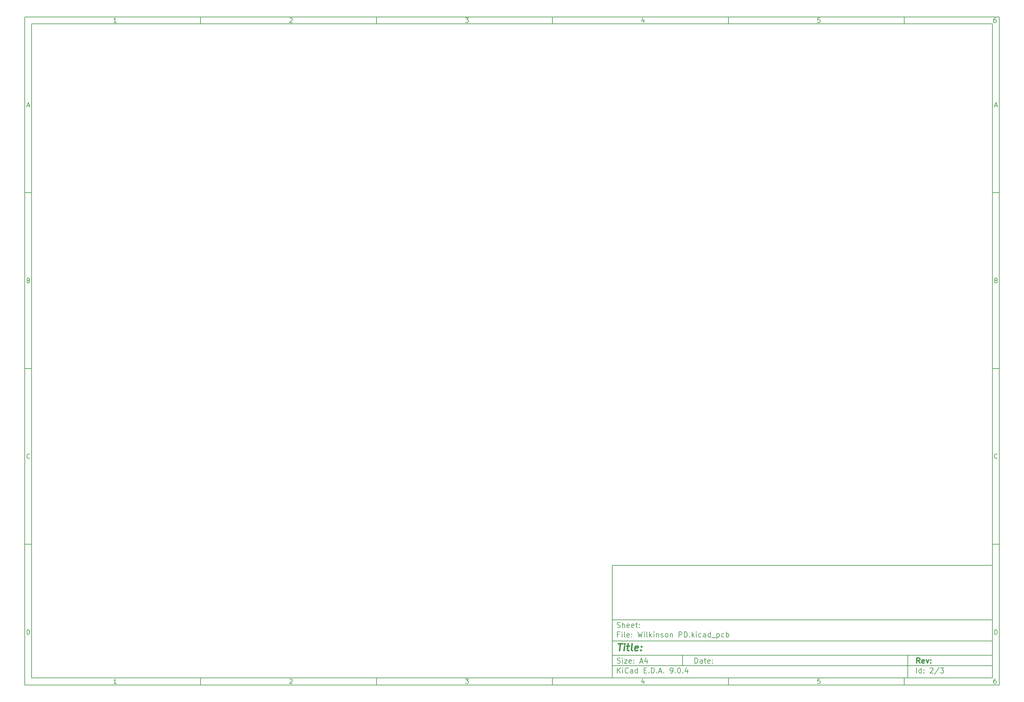
<source format=gbr>
%TF.GenerationSoftware,KiCad,Pcbnew,9.0.4*%
%TF.CreationDate,2025-09-21T00:26:36-07:00*%
%TF.ProjectId,Wilkinson PD,57696c6b-696e-4736-9f6e-2050442e6b69,rev?*%
%TF.SameCoordinates,Original*%
%TF.FileFunction,Copper,L2,Bot*%
%TF.FilePolarity,Positive*%
%FSLAX46Y46*%
G04 Gerber Fmt 4.6, Leading zero omitted, Abs format (unit mm)*
G04 Created by KiCad (PCBNEW 9.0.4) date 2025-09-21 00:26:36*
%MOMM*%
%LPD*%
G01*
G04 APERTURE LIST*
%ADD10C,0.100000*%
%ADD11C,0.150000*%
%ADD12C,0.300000*%
%ADD13C,0.400000*%
G04 APERTURE END LIST*
D10*
D11*
X177002200Y-166007200D02*
X285002200Y-166007200D01*
X285002200Y-198007200D01*
X177002200Y-198007200D01*
X177002200Y-166007200D01*
D10*
D11*
X10000000Y-10000000D02*
X287002200Y-10000000D01*
X287002200Y-200007200D01*
X10000000Y-200007200D01*
X10000000Y-10000000D01*
D10*
D11*
X12000000Y-12000000D02*
X285002200Y-12000000D01*
X285002200Y-198007200D01*
X12000000Y-198007200D01*
X12000000Y-12000000D01*
D10*
D11*
X60000000Y-12000000D02*
X60000000Y-10000000D01*
D10*
D11*
X110000000Y-12000000D02*
X110000000Y-10000000D01*
D10*
D11*
X160000000Y-12000000D02*
X160000000Y-10000000D01*
D10*
D11*
X210000000Y-12000000D02*
X210000000Y-10000000D01*
D10*
D11*
X260000000Y-12000000D02*
X260000000Y-10000000D01*
D10*
D11*
X36089160Y-11593604D02*
X35346303Y-11593604D01*
X35717731Y-11593604D02*
X35717731Y-10293604D01*
X35717731Y-10293604D02*
X35593922Y-10479319D01*
X35593922Y-10479319D02*
X35470112Y-10603128D01*
X35470112Y-10603128D02*
X35346303Y-10665033D01*
D10*
D11*
X85346303Y-10417414D02*
X85408207Y-10355509D01*
X85408207Y-10355509D02*
X85532017Y-10293604D01*
X85532017Y-10293604D02*
X85841541Y-10293604D01*
X85841541Y-10293604D02*
X85965350Y-10355509D01*
X85965350Y-10355509D02*
X86027255Y-10417414D01*
X86027255Y-10417414D02*
X86089160Y-10541223D01*
X86089160Y-10541223D02*
X86089160Y-10665033D01*
X86089160Y-10665033D02*
X86027255Y-10850747D01*
X86027255Y-10850747D02*
X85284398Y-11593604D01*
X85284398Y-11593604D02*
X86089160Y-11593604D01*
D10*
D11*
X135284398Y-10293604D02*
X136089160Y-10293604D01*
X136089160Y-10293604D02*
X135655826Y-10788842D01*
X135655826Y-10788842D02*
X135841541Y-10788842D01*
X135841541Y-10788842D02*
X135965350Y-10850747D01*
X135965350Y-10850747D02*
X136027255Y-10912652D01*
X136027255Y-10912652D02*
X136089160Y-11036461D01*
X136089160Y-11036461D02*
X136089160Y-11345985D01*
X136089160Y-11345985D02*
X136027255Y-11469795D01*
X136027255Y-11469795D02*
X135965350Y-11531700D01*
X135965350Y-11531700D02*
X135841541Y-11593604D01*
X135841541Y-11593604D02*
X135470112Y-11593604D01*
X135470112Y-11593604D02*
X135346303Y-11531700D01*
X135346303Y-11531700D02*
X135284398Y-11469795D01*
D10*
D11*
X185965350Y-10726938D02*
X185965350Y-11593604D01*
X185655826Y-10231700D02*
X185346303Y-11160271D01*
X185346303Y-11160271D02*
X186151064Y-11160271D01*
D10*
D11*
X236027255Y-10293604D02*
X235408207Y-10293604D01*
X235408207Y-10293604D02*
X235346303Y-10912652D01*
X235346303Y-10912652D02*
X235408207Y-10850747D01*
X235408207Y-10850747D02*
X235532017Y-10788842D01*
X235532017Y-10788842D02*
X235841541Y-10788842D01*
X235841541Y-10788842D02*
X235965350Y-10850747D01*
X235965350Y-10850747D02*
X236027255Y-10912652D01*
X236027255Y-10912652D02*
X236089160Y-11036461D01*
X236089160Y-11036461D02*
X236089160Y-11345985D01*
X236089160Y-11345985D02*
X236027255Y-11469795D01*
X236027255Y-11469795D02*
X235965350Y-11531700D01*
X235965350Y-11531700D02*
X235841541Y-11593604D01*
X235841541Y-11593604D02*
X235532017Y-11593604D01*
X235532017Y-11593604D02*
X235408207Y-11531700D01*
X235408207Y-11531700D02*
X235346303Y-11469795D01*
D10*
D11*
X285965350Y-10293604D02*
X285717731Y-10293604D01*
X285717731Y-10293604D02*
X285593922Y-10355509D01*
X285593922Y-10355509D02*
X285532017Y-10417414D01*
X285532017Y-10417414D02*
X285408207Y-10603128D01*
X285408207Y-10603128D02*
X285346303Y-10850747D01*
X285346303Y-10850747D02*
X285346303Y-11345985D01*
X285346303Y-11345985D02*
X285408207Y-11469795D01*
X285408207Y-11469795D02*
X285470112Y-11531700D01*
X285470112Y-11531700D02*
X285593922Y-11593604D01*
X285593922Y-11593604D02*
X285841541Y-11593604D01*
X285841541Y-11593604D02*
X285965350Y-11531700D01*
X285965350Y-11531700D02*
X286027255Y-11469795D01*
X286027255Y-11469795D02*
X286089160Y-11345985D01*
X286089160Y-11345985D02*
X286089160Y-11036461D01*
X286089160Y-11036461D02*
X286027255Y-10912652D01*
X286027255Y-10912652D02*
X285965350Y-10850747D01*
X285965350Y-10850747D02*
X285841541Y-10788842D01*
X285841541Y-10788842D02*
X285593922Y-10788842D01*
X285593922Y-10788842D02*
X285470112Y-10850747D01*
X285470112Y-10850747D02*
X285408207Y-10912652D01*
X285408207Y-10912652D02*
X285346303Y-11036461D01*
D10*
D11*
X60000000Y-198007200D02*
X60000000Y-200007200D01*
D10*
D11*
X110000000Y-198007200D02*
X110000000Y-200007200D01*
D10*
D11*
X160000000Y-198007200D02*
X160000000Y-200007200D01*
D10*
D11*
X210000000Y-198007200D02*
X210000000Y-200007200D01*
D10*
D11*
X260000000Y-198007200D02*
X260000000Y-200007200D01*
D10*
D11*
X36089160Y-199600804D02*
X35346303Y-199600804D01*
X35717731Y-199600804D02*
X35717731Y-198300804D01*
X35717731Y-198300804D02*
X35593922Y-198486519D01*
X35593922Y-198486519D02*
X35470112Y-198610328D01*
X35470112Y-198610328D02*
X35346303Y-198672233D01*
D10*
D11*
X85346303Y-198424614D02*
X85408207Y-198362709D01*
X85408207Y-198362709D02*
X85532017Y-198300804D01*
X85532017Y-198300804D02*
X85841541Y-198300804D01*
X85841541Y-198300804D02*
X85965350Y-198362709D01*
X85965350Y-198362709D02*
X86027255Y-198424614D01*
X86027255Y-198424614D02*
X86089160Y-198548423D01*
X86089160Y-198548423D02*
X86089160Y-198672233D01*
X86089160Y-198672233D02*
X86027255Y-198857947D01*
X86027255Y-198857947D02*
X85284398Y-199600804D01*
X85284398Y-199600804D02*
X86089160Y-199600804D01*
D10*
D11*
X135284398Y-198300804D02*
X136089160Y-198300804D01*
X136089160Y-198300804D02*
X135655826Y-198796042D01*
X135655826Y-198796042D02*
X135841541Y-198796042D01*
X135841541Y-198796042D02*
X135965350Y-198857947D01*
X135965350Y-198857947D02*
X136027255Y-198919852D01*
X136027255Y-198919852D02*
X136089160Y-199043661D01*
X136089160Y-199043661D02*
X136089160Y-199353185D01*
X136089160Y-199353185D02*
X136027255Y-199476995D01*
X136027255Y-199476995D02*
X135965350Y-199538900D01*
X135965350Y-199538900D02*
X135841541Y-199600804D01*
X135841541Y-199600804D02*
X135470112Y-199600804D01*
X135470112Y-199600804D02*
X135346303Y-199538900D01*
X135346303Y-199538900D02*
X135284398Y-199476995D01*
D10*
D11*
X185965350Y-198734138D02*
X185965350Y-199600804D01*
X185655826Y-198238900D02*
X185346303Y-199167471D01*
X185346303Y-199167471D02*
X186151064Y-199167471D01*
D10*
D11*
X236027255Y-198300804D02*
X235408207Y-198300804D01*
X235408207Y-198300804D02*
X235346303Y-198919852D01*
X235346303Y-198919852D02*
X235408207Y-198857947D01*
X235408207Y-198857947D02*
X235532017Y-198796042D01*
X235532017Y-198796042D02*
X235841541Y-198796042D01*
X235841541Y-198796042D02*
X235965350Y-198857947D01*
X235965350Y-198857947D02*
X236027255Y-198919852D01*
X236027255Y-198919852D02*
X236089160Y-199043661D01*
X236089160Y-199043661D02*
X236089160Y-199353185D01*
X236089160Y-199353185D02*
X236027255Y-199476995D01*
X236027255Y-199476995D02*
X235965350Y-199538900D01*
X235965350Y-199538900D02*
X235841541Y-199600804D01*
X235841541Y-199600804D02*
X235532017Y-199600804D01*
X235532017Y-199600804D02*
X235408207Y-199538900D01*
X235408207Y-199538900D02*
X235346303Y-199476995D01*
D10*
D11*
X285965350Y-198300804D02*
X285717731Y-198300804D01*
X285717731Y-198300804D02*
X285593922Y-198362709D01*
X285593922Y-198362709D02*
X285532017Y-198424614D01*
X285532017Y-198424614D02*
X285408207Y-198610328D01*
X285408207Y-198610328D02*
X285346303Y-198857947D01*
X285346303Y-198857947D02*
X285346303Y-199353185D01*
X285346303Y-199353185D02*
X285408207Y-199476995D01*
X285408207Y-199476995D02*
X285470112Y-199538900D01*
X285470112Y-199538900D02*
X285593922Y-199600804D01*
X285593922Y-199600804D02*
X285841541Y-199600804D01*
X285841541Y-199600804D02*
X285965350Y-199538900D01*
X285965350Y-199538900D02*
X286027255Y-199476995D01*
X286027255Y-199476995D02*
X286089160Y-199353185D01*
X286089160Y-199353185D02*
X286089160Y-199043661D01*
X286089160Y-199043661D02*
X286027255Y-198919852D01*
X286027255Y-198919852D02*
X285965350Y-198857947D01*
X285965350Y-198857947D02*
X285841541Y-198796042D01*
X285841541Y-198796042D02*
X285593922Y-198796042D01*
X285593922Y-198796042D02*
X285470112Y-198857947D01*
X285470112Y-198857947D02*
X285408207Y-198919852D01*
X285408207Y-198919852D02*
X285346303Y-199043661D01*
D10*
D11*
X10000000Y-60000000D02*
X12000000Y-60000000D01*
D10*
D11*
X10000000Y-110000000D02*
X12000000Y-110000000D01*
D10*
D11*
X10000000Y-160000000D02*
X12000000Y-160000000D01*
D10*
D11*
X10690476Y-35222176D02*
X11309523Y-35222176D01*
X10566666Y-35593604D02*
X10999999Y-34293604D01*
X10999999Y-34293604D02*
X11433333Y-35593604D01*
D10*
D11*
X11092857Y-84912652D02*
X11278571Y-84974557D01*
X11278571Y-84974557D02*
X11340476Y-85036461D01*
X11340476Y-85036461D02*
X11402380Y-85160271D01*
X11402380Y-85160271D02*
X11402380Y-85345985D01*
X11402380Y-85345985D02*
X11340476Y-85469795D01*
X11340476Y-85469795D02*
X11278571Y-85531700D01*
X11278571Y-85531700D02*
X11154761Y-85593604D01*
X11154761Y-85593604D02*
X10659523Y-85593604D01*
X10659523Y-85593604D02*
X10659523Y-84293604D01*
X10659523Y-84293604D02*
X11092857Y-84293604D01*
X11092857Y-84293604D02*
X11216666Y-84355509D01*
X11216666Y-84355509D02*
X11278571Y-84417414D01*
X11278571Y-84417414D02*
X11340476Y-84541223D01*
X11340476Y-84541223D02*
X11340476Y-84665033D01*
X11340476Y-84665033D02*
X11278571Y-84788842D01*
X11278571Y-84788842D02*
X11216666Y-84850747D01*
X11216666Y-84850747D02*
X11092857Y-84912652D01*
X11092857Y-84912652D02*
X10659523Y-84912652D01*
D10*
D11*
X11402380Y-135469795D02*
X11340476Y-135531700D01*
X11340476Y-135531700D02*
X11154761Y-135593604D01*
X11154761Y-135593604D02*
X11030952Y-135593604D01*
X11030952Y-135593604D02*
X10845238Y-135531700D01*
X10845238Y-135531700D02*
X10721428Y-135407890D01*
X10721428Y-135407890D02*
X10659523Y-135284080D01*
X10659523Y-135284080D02*
X10597619Y-135036461D01*
X10597619Y-135036461D02*
X10597619Y-134850747D01*
X10597619Y-134850747D02*
X10659523Y-134603128D01*
X10659523Y-134603128D02*
X10721428Y-134479319D01*
X10721428Y-134479319D02*
X10845238Y-134355509D01*
X10845238Y-134355509D02*
X11030952Y-134293604D01*
X11030952Y-134293604D02*
X11154761Y-134293604D01*
X11154761Y-134293604D02*
X11340476Y-134355509D01*
X11340476Y-134355509D02*
X11402380Y-134417414D01*
D10*
D11*
X10659523Y-185593604D02*
X10659523Y-184293604D01*
X10659523Y-184293604D02*
X10969047Y-184293604D01*
X10969047Y-184293604D02*
X11154761Y-184355509D01*
X11154761Y-184355509D02*
X11278571Y-184479319D01*
X11278571Y-184479319D02*
X11340476Y-184603128D01*
X11340476Y-184603128D02*
X11402380Y-184850747D01*
X11402380Y-184850747D02*
X11402380Y-185036461D01*
X11402380Y-185036461D02*
X11340476Y-185284080D01*
X11340476Y-185284080D02*
X11278571Y-185407890D01*
X11278571Y-185407890D02*
X11154761Y-185531700D01*
X11154761Y-185531700D02*
X10969047Y-185593604D01*
X10969047Y-185593604D02*
X10659523Y-185593604D01*
D10*
D11*
X287002200Y-60000000D02*
X285002200Y-60000000D01*
D10*
D11*
X287002200Y-110000000D02*
X285002200Y-110000000D01*
D10*
D11*
X287002200Y-160000000D02*
X285002200Y-160000000D01*
D10*
D11*
X285692676Y-35222176D02*
X286311723Y-35222176D01*
X285568866Y-35593604D02*
X286002199Y-34293604D01*
X286002199Y-34293604D02*
X286435533Y-35593604D01*
D10*
D11*
X286095057Y-84912652D02*
X286280771Y-84974557D01*
X286280771Y-84974557D02*
X286342676Y-85036461D01*
X286342676Y-85036461D02*
X286404580Y-85160271D01*
X286404580Y-85160271D02*
X286404580Y-85345985D01*
X286404580Y-85345985D02*
X286342676Y-85469795D01*
X286342676Y-85469795D02*
X286280771Y-85531700D01*
X286280771Y-85531700D02*
X286156961Y-85593604D01*
X286156961Y-85593604D02*
X285661723Y-85593604D01*
X285661723Y-85593604D02*
X285661723Y-84293604D01*
X285661723Y-84293604D02*
X286095057Y-84293604D01*
X286095057Y-84293604D02*
X286218866Y-84355509D01*
X286218866Y-84355509D02*
X286280771Y-84417414D01*
X286280771Y-84417414D02*
X286342676Y-84541223D01*
X286342676Y-84541223D02*
X286342676Y-84665033D01*
X286342676Y-84665033D02*
X286280771Y-84788842D01*
X286280771Y-84788842D02*
X286218866Y-84850747D01*
X286218866Y-84850747D02*
X286095057Y-84912652D01*
X286095057Y-84912652D02*
X285661723Y-84912652D01*
D10*
D11*
X286404580Y-135469795D02*
X286342676Y-135531700D01*
X286342676Y-135531700D02*
X286156961Y-135593604D01*
X286156961Y-135593604D02*
X286033152Y-135593604D01*
X286033152Y-135593604D02*
X285847438Y-135531700D01*
X285847438Y-135531700D02*
X285723628Y-135407890D01*
X285723628Y-135407890D02*
X285661723Y-135284080D01*
X285661723Y-135284080D02*
X285599819Y-135036461D01*
X285599819Y-135036461D02*
X285599819Y-134850747D01*
X285599819Y-134850747D02*
X285661723Y-134603128D01*
X285661723Y-134603128D02*
X285723628Y-134479319D01*
X285723628Y-134479319D02*
X285847438Y-134355509D01*
X285847438Y-134355509D02*
X286033152Y-134293604D01*
X286033152Y-134293604D02*
X286156961Y-134293604D01*
X286156961Y-134293604D02*
X286342676Y-134355509D01*
X286342676Y-134355509D02*
X286404580Y-134417414D01*
D10*
D11*
X285661723Y-185593604D02*
X285661723Y-184293604D01*
X285661723Y-184293604D02*
X285971247Y-184293604D01*
X285971247Y-184293604D02*
X286156961Y-184355509D01*
X286156961Y-184355509D02*
X286280771Y-184479319D01*
X286280771Y-184479319D02*
X286342676Y-184603128D01*
X286342676Y-184603128D02*
X286404580Y-184850747D01*
X286404580Y-184850747D02*
X286404580Y-185036461D01*
X286404580Y-185036461D02*
X286342676Y-185284080D01*
X286342676Y-185284080D02*
X286280771Y-185407890D01*
X286280771Y-185407890D02*
X286156961Y-185531700D01*
X286156961Y-185531700D02*
X285971247Y-185593604D01*
X285971247Y-185593604D02*
X285661723Y-185593604D01*
D10*
D11*
X200458026Y-193793328D02*
X200458026Y-192293328D01*
X200458026Y-192293328D02*
X200815169Y-192293328D01*
X200815169Y-192293328D02*
X201029455Y-192364757D01*
X201029455Y-192364757D02*
X201172312Y-192507614D01*
X201172312Y-192507614D02*
X201243741Y-192650471D01*
X201243741Y-192650471D02*
X201315169Y-192936185D01*
X201315169Y-192936185D02*
X201315169Y-193150471D01*
X201315169Y-193150471D02*
X201243741Y-193436185D01*
X201243741Y-193436185D02*
X201172312Y-193579042D01*
X201172312Y-193579042D02*
X201029455Y-193721900D01*
X201029455Y-193721900D02*
X200815169Y-193793328D01*
X200815169Y-193793328D02*
X200458026Y-193793328D01*
X202600884Y-193793328D02*
X202600884Y-193007614D01*
X202600884Y-193007614D02*
X202529455Y-192864757D01*
X202529455Y-192864757D02*
X202386598Y-192793328D01*
X202386598Y-192793328D02*
X202100884Y-192793328D01*
X202100884Y-192793328D02*
X201958026Y-192864757D01*
X202600884Y-193721900D02*
X202458026Y-193793328D01*
X202458026Y-193793328D02*
X202100884Y-193793328D01*
X202100884Y-193793328D02*
X201958026Y-193721900D01*
X201958026Y-193721900D02*
X201886598Y-193579042D01*
X201886598Y-193579042D02*
X201886598Y-193436185D01*
X201886598Y-193436185D02*
X201958026Y-193293328D01*
X201958026Y-193293328D02*
X202100884Y-193221900D01*
X202100884Y-193221900D02*
X202458026Y-193221900D01*
X202458026Y-193221900D02*
X202600884Y-193150471D01*
X203100884Y-192793328D02*
X203672312Y-192793328D01*
X203315169Y-192293328D02*
X203315169Y-193579042D01*
X203315169Y-193579042D02*
X203386598Y-193721900D01*
X203386598Y-193721900D02*
X203529455Y-193793328D01*
X203529455Y-193793328D02*
X203672312Y-193793328D01*
X204743741Y-193721900D02*
X204600884Y-193793328D01*
X204600884Y-193793328D02*
X204315170Y-193793328D01*
X204315170Y-193793328D02*
X204172312Y-193721900D01*
X204172312Y-193721900D02*
X204100884Y-193579042D01*
X204100884Y-193579042D02*
X204100884Y-193007614D01*
X204100884Y-193007614D02*
X204172312Y-192864757D01*
X204172312Y-192864757D02*
X204315170Y-192793328D01*
X204315170Y-192793328D02*
X204600884Y-192793328D01*
X204600884Y-192793328D02*
X204743741Y-192864757D01*
X204743741Y-192864757D02*
X204815170Y-193007614D01*
X204815170Y-193007614D02*
X204815170Y-193150471D01*
X204815170Y-193150471D02*
X204100884Y-193293328D01*
X205458026Y-193650471D02*
X205529455Y-193721900D01*
X205529455Y-193721900D02*
X205458026Y-193793328D01*
X205458026Y-193793328D02*
X205386598Y-193721900D01*
X205386598Y-193721900D02*
X205458026Y-193650471D01*
X205458026Y-193650471D02*
X205458026Y-193793328D01*
X205458026Y-192864757D02*
X205529455Y-192936185D01*
X205529455Y-192936185D02*
X205458026Y-193007614D01*
X205458026Y-193007614D02*
X205386598Y-192936185D01*
X205386598Y-192936185D02*
X205458026Y-192864757D01*
X205458026Y-192864757D02*
X205458026Y-193007614D01*
D10*
D11*
X177002200Y-194507200D02*
X285002200Y-194507200D01*
D10*
D11*
X178458026Y-196593328D02*
X178458026Y-195093328D01*
X179315169Y-196593328D02*
X178672312Y-195736185D01*
X179315169Y-195093328D02*
X178458026Y-195950471D01*
X179958026Y-196593328D02*
X179958026Y-195593328D01*
X179958026Y-195093328D02*
X179886598Y-195164757D01*
X179886598Y-195164757D02*
X179958026Y-195236185D01*
X179958026Y-195236185D02*
X180029455Y-195164757D01*
X180029455Y-195164757D02*
X179958026Y-195093328D01*
X179958026Y-195093328D02*
X179958026Y-195236185D01*
X181529455Y-196450471D02*
X181458027Y-196521900D01*
X181458027Y-196521900D02*
X181243741Y-196593328D01*
X181243741Y-196593328D02*
X181100884Y-196593328D01*
X181100884Y-196593328D02*
X180886598Y-196521900D01*
X180886598Y-196521900D02*
X180743741Y-196379042D01*
X180743741Y-196379042D02*
X180672312Y-196236185D01*
X180672312Y-196236185D02*
X180600884Y-195950471D01*
X180600884Y-195950471D02*
X180600884Y-195736185D01*
X180600884Y-195736185D02*
X180672312Y-195450471D01*
X180672312Y-195450471D02*
X180743741Y-195307614D01*
X180743741Y-195307614D02*
X180886598Y-195164757D01*
X180886598Y-195164757D02*
X181100884Y-195093328D01*
X181100884Y-195093328D02*
X181243741Y-195093328D01*
X181243741Y-195093328D02*
X181458027Y-195164757D01*
X181458027Y-195164757D02*
X181529455Y-195236185D01*
X182815170Y-196593328D02*
X182815170Y-195807614D01*
X182815170Y-195807614D02*
X182743741Y-195664757D01*
X182743741Y-195664757D02*
X182600884Y-195593328D01*
X182600884Y-195593328D02*
X182315170Y-195593328D01*
X182315170Y-195593328D02*
X182172312Y-195664757D01*
X182815170Y-196521900D02*
X182672312Y-196593328D01*
X182672312Y-196593328D02*
X182315170Y-196593328D01*
X182315170Y-196593328D02*
X182172312Y-196521900D01*
X182172312Y-196521900D02*
X182100884Y-196379042D01*
X182100884Y-196379042D02*
X182100884Y-196236185D01*
X182100884Y-196236185D02*
X182172312Y-196093328D01*
X182172312Y-196093328D02*
X182315170Y-196021900D01*
X182315170Y-196021900D02*
X182672312Y-196021900D01*
X182672312Y-196021900D02*
X182815170Y-195950471D01*
X184172313Y-196593328D02*
X184172313Y-195093328D01*
X184172313Y-196521900D02*
X184029455Y-196593328D01*
X184029455Y-196593328D02*
X183743741Y-196593328D01*
X183743741Y-196593328D02*
X183600884Y-196521900D01*
X183600884Y-196521900D02*
X183529455Y-196450471D01*
X183529455Y-196450471D02*
X183458027Y-196307614D01*
X183458027Y-196307614D02*
X183458027Y-195879042D01*
X183458027Y-195879042D02*
X183529455Y-195736185D01*
X183529455Y-195736185D02*
X183600884Y-195664757D01*
X183600884Y-195664757D02*
X183743741Y-195593328D01*
X183743741Y-195593328D02*
X184029455Y-195593328D01*
X184029455Y-195593328D02*
X184172313Y-195664757D01*
X186029455Y-195807614D02*
X186529455Y-195807614D01*
X186743741Y-196593328D02*
X186029455Y-196593328D01*
X186029455Y-196593328D02*
X186029455Y-195093328D01*
X186029455Y-195093328D02*
X186743741Y-195093328D01*
X187386598Y-196450471D02*
X187458027Y-196521900D01*
X187458027Y-196521900D02*
X187386598Y-196593328D01*
X187386598Y-196593328D02*
X187315170Y-196521900D01*
X187315170Y-196521900D02*
X187386598Y-196450471D01*
X187386598Y-196450471D02*
X187386598Y-196593328D01*
X188100884Y-196593328D02*
X188100884Y-195093328D01*
X188100884Y-195093328D02*
X188458027Y-195093328D01*
X188458027Y-195093328D02*
X188672313Y-195164757D01*
X188672313Y-195164757D02*
X188815170Y-195307614D01*
X188815170Y-195307614D02*
X188886599Y-195450471D01*
X188886599Y-195450471D02*
X188958027Y-195736185D01*
X188958027Y-195736185D02*
X188958027Y-195950471D01*
X188958027Y-195950471D02*
X188886599Y-196236185D01*
X188886599Y-196236185D02*
X188815170Y-196379042D01*
X188815170Y-196379042D02*
X188672313Y-196521900D01*
X188672313Y-196521900D02*
X188458027Y-196593328D01*
X188458027Y-196593328D02*
X188100884Y-196593328D01*
X189600884Y-196450471D02*
X189672313Y-196521900D01*
X189672313Y-196521900D02*
X189600884Y-196593328D01*
X189600884Y-196593328D02*
X189529456Y-196521900D01*
X189529456Y-196521900D02*
X189600884Y-196450471D01*
X189600884Y-196450471D02*
X189600884Y-196593328D01*
X190243742Y-196164757D02*
X190958028Y-196164757D01*
X190100885Y-196593328D02*
X190600885Y-195093328D01*
X190600885Y-195093328D02*
X191100885Y-196593328D01*
X191600884Y-196450471D02*
X191672313Y-196521900D01*
X191672313Y-196521900D02*
X191600884Y-196593328D01*
X191600884Y-196593328D02*
X191529456Y-196521900D01*
X191529456Y-196521900D02*
X191600884Y-196450471D01*
X191600884Y-196450471D02*
X191600884Y-196593328D01*
X193529456Y-196593328D02*
X193815170Y-196593328D01*
X193815170Y-196593328D02*
X193958027Y-196521900D01*
X193958027Y-196521900D02*
X194029456Y-196450471D01*
X194029456Y-196450471D02*
X194172313Y-196236185D01*
X194172313Y-196236185D02*
X194243742Y-195950471D01*
X194243742Y-195950471D02*
X194243742Y-195379042D01*
X194243742Y-195379042D02*
X194172313Y-195236185D01*
X194172313Y-195236185D02*
X194100885Y-195164757D01*
X194100885Y-195164757D02*
X193958027Y-195093328D01*
X193958027Y-195093328D02*
X193672313Y-195093328D01*
X193672313Y-195093328D02*
X193529456Y-195164757D01*
X193529456Y-195164757D02*
X193458027Y-195236185D01*
X193458027Y-195236185D02*
X193386599Y-195379042D01*
X193386599Y-195379042D02*
X193386599Y-195736185D01*
X193386599Y-195736185D02*
X193458027Y-195879042D01*
X193458027Y-195879042D02*
X193529456Y-195950471D01*
X193529456Y-195950471D02*
X193672313Y-196021900D01*
X193672313Y-196021900D02*
X193958027Y-196021900D01*
X193958027Y-196021900D02*
X194100885Y-195950471D01*
X194100885Y-195950471D02*
X194172313Y-195879042D01*
X194172313Y-195879042D02*
X194243742Y-195736185D01*
X194886598Y-196450471D02*
X194958027Y-196521900D01*
X194958027Y-196521900D02*
X194886598Y-196593328D01*
X194886598Y-196593328D02*
X194815170Y-196521900D01*
X194815170Y-196521900D02*
X194886598Y-196450471D01*
X194886598Y-196450471D02*
X194886598Y-196593328D01*
X195886599Y-195093328D02*
X196029456Y-195093328D01*
X196029456Y-195093328D02*
X196172313Y-195164757D01*
X196172313Y-195164757D02*
X196243742Y-195236185D01*
X196243742Y-195236185D02*
X196315170Y-195379042D01*
X196315170Y-195379042D02*
X196386599Y-195664757D01*
X196386599Y-195664757D02*
X196386599Y-196021900D01*
X196386599Y-196021900D02*
X196315170Y-196307614D01*
X196315170Y-196307614D02*
X196243742Y-196450471D01*
X196243742Y-196450471D02*
X196172313Y-196521900D01*
X196172313Y-196521900D02*
X196029456Y-196593328D01*
X196029456Y-196593328D02*
X195886599Y-196593328D01*
X195886599Y-196593328D02*
X195743742Y-196521900D01*
X195743742Y-196521900D02*
X195672313Y-196450471D01*
X195672313Y-196450471D02*
X195600884Y-196307614D01*
X195600884Y-196307614D02*
X195529456Y-196021900D01*
X195529456Y-196021900D02*
X195529456Y-195664757D01*
X195529456Y-195664757D02*
X195600884Y-195379042D01*
X195600884Y-195379042D02*
X195672313Y-195236185D01*
X195672313Y-195236185D02*
X195743742Y-195164757D01*
X195743742Y-195164757D02*
X195886599Y-195093328D01*
X197029455Y-196450471D02*
X197100884Y-196521900D01*
X197100884Y-196521900D02*
X197029455Y-196593328D01*
X197029455Y-196593328D02*
X196958027Y-196521900D01*
X196958027Y-196521900D02*
X197029455Y-196450471D01*
X197029455Y-196450471D02*
X197029455Y-196593328D01*
X198386599Y-195593328D02*
X198386599Y-196593328D01*
X198029456Y-195021900D02*
X197672313Y-196093328D01*
X197672313Y-196093328D02*
X198600884Y-196093328D01*
D10*
D11*
X177002200Y-191507200D02*
X285002200Y-191507200D01*
D10*
D12*
X264413853Y-193785528D02*
X263913853Y-193071242D01*
X263556710Y-193785528D02*
X263556710Y-192285528D01*
X263556710Y-192285528D02*
X264128139Y-192285528D01*
X264128139Y-192285528D02*
X264270996Y-192356957D01*
X264270996Y-192356957D02*
X264342425Y-192428385D01*
X264342425Y-192428385D02*
X264413853Y-192571242D01*
X264413853Y-192571242D02*
X264413853Y-192785528D01*
X264413853Y-192785528D02*
X264342425Y-192928385D01*
X264342425Y-192928385D02*
X264270996Y-192999814D01*
X264270996Y-192999814D02*
X264128139Y-193071242D01*
X264128139Y-193071242D02*
X263556710Y-193071242D01*
X265628139Y-193714100D02*
X265485282Y-193785528D01*
X265485282Y-193785528D02*
X265199568Y-193785528D01*
X265199568Y-193785528D02*
X265056710Y-193714100D01*
X265056710Y-193714100D02*
X264985282Y-193571242D01*
X264985282Y-193571242D02*
X264985282Y-192999814D01*
X264985282Y-192999814D02*
X265056710Y-192856957D01*
X265056710Y-192856957D02*
X265199568Y-192785528D01*
X265199568Y-192785528D02*
X265485282Y-192785528D01*
X265485282Y-192785528D02*
X265628139Y-192856957D01*
X265628139Y-192856957D02*
X265699568Y-192999814D01*
X265699568Y-192999814D02*
X265699568Y-193142671D01*
X265699568Y-193142671D02*
X264985282Y-193285528D01*
X266199567Y-192785528D02*
X266556710Y-193785528D01*
X266556710Y-193785528D02*
X266913853Y-192785528D01*
X267485281Y-193642671D02*
X267556710Y-193714100D01*
X267556710Y-193714100D02*
X267485281Y-193785528D01*
X267485281Y-193785528D02*
X267413853Y-193714100D01*
X267413853Y-193714100D02*
X267485281Y-193642671D01*
X267485281Y-193642671D02*
X267485281Y-193785528D01*
X267485281Y-192856957D02*
X267556710Y-192928385D01*
X267556710Y-192928385D02*
X267485281Y-192999814D01*
X267485281Y-192999814D02*
X267413853Y-192928385D01*
X267413853Y-192928385D02*
X267485281Y-192856957D01*
X267485281Y-192856957D02*
X267485281Y-192999814D01*
D10*
D11*
X178386598Y-193721900D02*
X178600884Y-193793328D01*
X178600884Y-193793328D02*
X178958026Y-193793328D01*
X178958026Y-193793328D02*
X179100884Y-193721900D01*
X179100884Y-193721900D02*
X179172312Y-193650471D01*
X179172312Y-193650471D02*
X179243741Y-193507614D01*
X179243741Y-193507614D02*
X179243741Y-193364757D01*
X179243741Y-193364757D02*
X179172312Y-193221900D01*
X179172312Y-193221900D02*
X179100884Y-193150471D01*
X179100884Y-193150471D02*
X178958026Y-193079042D01*
X178958026Y-193079042D02*
X178672312Y-193007614D01*
X178672312Y-193007614D02*
X178529455Y-192936185D01*
X178529455Y-192936185D02*
X178458026Y-192864757D01*
X178458026Y-192864757D02*
X178386598Y-192721900D01*
X178386598Y-192721900D02*
X178386598Y-192579042D01*
X178386598Y-192579042D02*
X178458026Y-192436185D01*
X178458026Y-192436185D02*
X178529455Y-192364757D01*
X178529455Y-192364757D02*
X178672312Y-192293328D01*
X178672312Y-192293328D02*
X179029455Y-192293328D01*
X179029455Y-192293328D02*
X179243741Y-192364757D01*
X179886597Y-193793328D02*
X179886597Y-192793328D01*
X179886597Y-192293328D02*
X179815169Y-192364757D01*
X179815169Y-192364757D02*
X179886597Y-192436185D01*
X179886597Y-192436185D02*
X179958026Y-192364757D01*
X179958026Y-192364757D02*
X179886597Y-192293328D01*
X179886597Y-192293328D02*
X179886597Y-192436185D01*
X180458026Y-192793328D02*
X181243741Y-192793328D01*
X181243741Y-192793328D02*
X180458026Y-193793328D01*
X180458026Y-193793328D02*
X181243741Y-193793328D01*
X182386598Y-193721900D02*
X182243741Y-193793328D01*
X182243741Y-193793328D02*
X181958027Y-193793328D01*
X181958027Y-193793328D02*
X181815169Y-193721900D01*
X181815169Y-193721900D02*
X181743741Y-193579042D01*
X181743741Y-193579042D02*
X181743741Y-193007614D01*
X181743741Y-193007614D02*
X181815169Y-192864757D01*
X181815169Y-192864757D02*
X181958027Y-192793328D01*
X181958027Y-192793328D02*
X182243741Y-192793328D01*
X182243741Y-192793328D02*
X182386598Y-192864757D01*
X182386598Y-192864757D02*
X182458027Y-193007614D01*
X182458027Y-193007614D02*
X182458027Y-193150471D01*
X182458027Y-193150471D02*
X181743741Y-193293328D01*
X183100883Y-193650471D02*
X183172312Y-193721900D01*
X183172312Y-193721900D02*
X183100883Y-193793328D01*
X183100883Y-193793328D02*
X183029455Y-193721900D01*
X183029455Y-193721900D02*
X183100883Y-193650471D01*
X183100883Y-193650471D02*
X183100883Y-193793328D01*
X183100883Y-192864757D02*
X183172312Y-192936185D01*
X183172312Y-192936185D02*
X183100883Y-193007614D01*
X183100883Y-193007614D02*
X183029455Y-192936185D01*
X183029455Y-192936185D02*
X183100883Y-192864757D01*
X183100883Y-192864757D02*
X183100883Y-193007614D01*
X184886598Y-193364757D02*
X185600884Y-193364757D01*
X184743741Y-193793328D02*
X185243741Y-192293328D01*
X185243741Y-192293328D02*
X185743741Y-193793328D01*
X186886598Y-192793328D02*
X186886598Y-193793328D01*
X186529455Y-192221900D02*
X186172312Y-193293328D01*
X186172312Y-193293328D02*
X187100883Y-193293328D01*
D10*
D11*
X263458026Y-196593328D02*
X263458026Y-195093328D01*
X264815170Y-196593328D02*
X264815170Y-195093328D01*
X264815170Y-196521900D02*
X264672312Y-196593328D01*
X264672312Y-196593328D02*
X264386598Y-196593328D01*
X264386598Y-196593328D02*
X264243741Y-196521900D01*
X264243741Y-196521900D02*
X264172312Y-196450471D01*
X264172312Y-196450471D02*
X264100884Y-196307614D01*
X264100884Y-196307614D02*
X264100884Y-195879042D01*
X264100884Y-195879042D02*
X264172312Y-195736185D01*
X264172312Y-195736185D02*
X264243741Y-195664757D01*
X264243741Y-195664757D02*
X264386598Y-195593328D01*
X264386598Y-195593328D02*
X264672312Y-195593328D01*
X264672312Y-195593328D02*
X264815170Y-195664757D01*
X265529455Y-196450471D02*
X265600884Y-196521900D01*
X265600884Y-196521900D02*
X265529455Y-196593328D01*
X265529455Y-196593328D02*
X265458027Y-196521900D01*
X265458027Y-196521900D02*
X265529455Y-196450471D01*
X265529455Y-196450471D02*
X265529455Y-196593328D01*
X265529455Y-195664757D02*
X265600884Y-195736185D01*
X265600884Y-195736185D02*
X265529455Y-195807614D01*
X265529455Y-195807614D02*
X265458027Y-195736185D01*
X265458027Y-195736185D02*
X265529455Y-195664757D01*
X265529455Y-195664757D02*
X265529455Y-195807614D01*
X267315170Y-195236185D02*
X267386598Y-195164757D01*
X267386598Y-195164757D02*
X267529456Y-195093328D01*
X267529456Y-195093328D02*
X267886598Y-195093328D01*
X267886598Y-195093328D02*
X268029456Y-195164757D01*
X268029456Y-195164757D02*
X268100884Y-195236185D01*
X268100884Y-195236185D02*
X268172313Y-195379042D01*
X268172313Y-195379042D02*
X268172313Y-195521900D01*
X268172313Y-195521900D02*
X268100884Y-195736185D01*
X268100884Y-195736185D02*
X267243741Y-196593328D01*
X267243741Y-196593328D02*
X268172313Y-196593328D01*
X269886598Y-195021900D02*
X268600884Y-196950471D01*
X270243741Y-195093328D02*
X271172313Y-195093328D01*
X271172313Y-195093328D02*
X270672313Y-195664757D01*
X270672313Y-195664757D02*
X270886598Y-195664757D01*
X270886598Y-195664757D02*
X271029456Y-195736185D01*
X271029456Y-195736185D02*
X271100884Y-195807614D01*
X271100884Y-195807614D02*
X271172313Y-195950471D01*
X271172313Y-195950471D02*
X271172313Y-196307614D01*
X271172313Y-196307614D02*
X271100884Y-196450471D01*
X271100884Y-196450471D02*
X271029456Y-196521900D01*
X271029456Y-196521900D02*
X270886598Y-196593328D01*
X270886598Y-196593328D02*
X270458027Y-196593328D01*
X270458027Y-196593328D02*
X270315170Y-196521900D01*
X270315170Y-196521900D02*
X270243741Y-196450471D01*
D10*
D11*
X177002200Y-187507200D02*
X285002200Y-187507200D01*
D10*
D13*
X178693928Y-188211638D02*
X179836785Y-188211638D01*
X179015357Y-190211638D02*
X179265357Y-188211638D01*
X180253452Y-190211638D02*
X180420119Y-188878304D01*
X180503452Y-188211638D02*
X180396309Y-188306876D01*
X180396309Y-188306876D02*
X180479643Y-188402114D01*
X180479643Y-188402114D02*
X180586786Y-188306876D01*
X180586786Y-188306876D02*
X180503452Y-188211638D01*
X180503452Y-188211638D02*
X180479643Y-188402114D01*
X181086786Y-188878304D02*
X181848690Y-188878304D01*
X181455833Y-188211638D02*
X181241548Y-189925923D01*
X181241548Y-189925923D02*
X181312976Y-190116400D01*
X181312976Y-190116400D02*
X181491548Y-190211638D01*
X181491548Y-190211638D02*
X181682024Y-190211638D01*
X182634405Y-190211638D02*
X182455833Y-190116400D01*
X182455833Y-190116400D02*
X182384405Y-189925923D01*
X182384405Y-189925923D02*
X182598690Y-188211638D01*
X184170119Y-190116400D02*
X183967738Y-190211638D01*
X183967738Y-190211638D02*
X183586785Y-190211638D01*
X183586785Y-190211638D02*
X183408214Y-190116400D01*
X183408214Y-190116400D02*
X183336785Y-189925923D01*
X183336785Y-189925923D02*
X183432024Y-189164019D01*
X183432024Y-189164019D02*
X183551071Y-188973542D01*
X183551071Y-188973542D02*
X183753452Y-188878304D01*
X183753452Y-188878304D02*
X184134404Y-188878304D01*
X184134404Y-188878304D02*
X184312976Y-188973542D01*
X184312976Y-188973542D02*
X184384404Y-189164019D01*
X184384404Y-189164019D02*
X184360595Y-189354495D01*
X184360595Y-189354495D02*
X183384404Y-189544971D01*
X185134405Y-190021161D02*
X185217738Y-190116400D01*
X185217738Y-190116400D02*
X185110595Y-190211638D01*
X185110595Y-190211638D02*
X185027262Y-190116400D01*
X185027262Y-190116400D02*
X185134405Y-190021161D01*
X185134405Y-190021161D02*
X185110595Y-190211638D01*
X185265357Y-188973542D02*
X185348690Y-189068780D01*
X185348690Y-189068780D02*
X185241548Y-189164019D01*
X185241548Y-189164019D02*
X185158214Y-189068780D01*
X185158214Y-189068780D02*
X185265357Y-188973542D01*
X185265357Y-188973542D02*
X185241548Y-189164019D01*
D10*
D11*
X178958026Y-185607614D02*
X178458026Y-185607614D01*
X178458026Y-186393328D02*
X178458026Y-184893328D01*
X178458026Y-184893328D02*
X179172312Y-184893328D01*
X179743740Y-186393328D02*
X179743740Y-185393328D01*
X179743740Y-184893328D02*
X179672312Y-184964757D01*
X179672312Y-184964757D02*
X179743740Y-185036185D01*
X179743740Y-185036185D02*
X179815169Y-184964757D01*
X179815169Y-184964757D02*
X179743740Y-184893328D01*
X179743740Y-184893328D02*
X179743740Y-185036185D01*
X180672312Y-186393328D02*
X180529455Y-186321900D01*
X180529455Y-186321900D02*
X180458026Y-186179042D01*
X180458026Y-186179042D02*
X180458026Y-184893328D01*
X181815169Y-186321900D02*
X181672312Y-186393328D01*
X181672312Y-186393328D02*
X181386598Y-186393328D01*
X181386598Y-186393328D02*
X181243740Y-186321900D01*
X181243740Y-186321900D02*
X181172312Y-186179042D01*
X181172312Y-186179042D02*
X181172312Y-185607614D01*
X181172312Y-185607614D02*
X181243740Y-185464757D01*
X181243740Y-185464757D02*
X181386598Y-185393328D01*
X181386598Y-185393328D02*
X181672312Y-185393328D01*
X181672312Y-185393328D02*
X181815169Y-185464757D01*
X181815169Y-185464757D02*
X181886598Y-185607614D01*
X181886598Y-185607614D02*
X181886598Y-185750471D01*
X181886598Y-185750471D02*
X181172312Y-185893328D01*
X182529454Y-186250471D02*
X182600883Y-186321900D01*
X182600883Y-186321900D02*
X182529454Y-186393328D01*
X182529454Y-186393328D02*
X182458026Y-186321900D01*
X182458026Y-186321900D02*
X182529454Y-186250471D01*
X182529454Y-186250471D02*
X182529454Y-186393328D01*
X182529454Y-185464757D02*
X182600883Y-185536185D01*
X182600883Y-185536185D02*
X182529454Y-185607614D01*
X182529454Y-185607614D02*
X182458026Y-185536185D01*
X182458026Y-185536185D02*
X182529454Y-185464757D01*
X182529454Y-185464757D02*
X182529454Y-185607614D01*
X184243740Y-184893328D02*
X184600883Y-186393328D01*
X184600883Y-186393328D02*
X184886597Y-185321900D01*
X184886597Y-185321900D02*
X185172312Y-186393328D01*
X185172312Y-186393328D02*
X185529455Y-184893328D01*
X186100883Y-186393328D02*
X186100883Y-185393328D01*
X186100883Y-184893328D02*
X186029455Y-184964757D01*
X186029455Y-184964757D02*
X186100883Y-185036185D01*
X186100883Y-185036185D02*
X186172312Y-184964757D01*
X186172312Y-184964757D02*
X186100883Y-184893328D01*
X186100883Y-184893328D02*
X186100883Y-185036185D01*
X187029455Y-186393328D02*
X186886598Y-186321900D01*
X186886598Y-186321900D02*
X186815169Y-186179042D01*
X186815169Y-186179042D02*
X186815169Y-184893328D01*
X187600883Y-186393328D02*
X187600883Y-184893328D01*
X187743741Y-185821900D02*
X188172312Y-186393328D01*
X188172312Y-185393328D02*
X187600883Y-185964757D01*
X188815169Y-186393328D02*
X188815169Y-185393328D01*
X188815169Y-184893328D02*
X188743741Y-184964757D01*
X188743741Y-184964757D02*
X188815169Y-185036185D01*
X188815169Y-185036185D02*
X188886598Y-184964757D01*
X188886598Y-184964757D02*
X188815169Y-184893328D01*
X188815169Y-184893328D02*
X188815169Y-185036185D01*
X189529455Y-185393328D02*
X189529455Y-186393328D01*
X189529455Y-185536185D02*
X189600884Y-185464757D01*
X189600884Y-185464757D02*
X189743741Y-185393328D01*
X189743741Y-185393328D02*
X189958027Y-185393328D01*
X189958027Y-185393328D02*
X190100884Y-185464757D01*
X190100884Y-185464757D02*
X190172313Y-185607614D01*
X190172313Y-185607614D02*
X190172313Y-186393328D01*
X190815170Y-186321900D02*
X190958027Y-186393328D01*
X190958027Y-186393328D02*
X191243741Y-186393328D01*
X191243741Y-186393328D02*
X191386598Y-186321900D01*
X191386598Y-186321900D02*
X191458027Y-186179042D01*
X191458027Y-186179042D02*
X191458027Y-186107614D01*
X191458027Y-186107614D02*
X191386598Y-185964757D01*
X191386598Y-185964757D02*
X191243741Y-185893328D01*
X191243741Y-185893328D02*
X191029456Y-185893328D01*
X191029456Y-185893328D02*
X190886598Y-185821900D01*
X190886598Y-185821900D02*
X190815170Y-185679042D01*
X190815170Y-185679042D02*
X190815170Y-185607614D01*
X190815170Y-185607614D02*
X190886598Y-185464757D01*
X190886598Y-185464757D02*
X191029456Y-185393328D01*
X191029456Y-185393328D02*
X191243741Y-185393328D01*
X191243741Y-185393328D02*
X191386598Y-185464757D01*
X192315170Y-186393328D02*
X192172313Y-186321900D01*
X192172313Y-186321900D02*
X192100884Y-186250471D01*
X192100884Y-186250471D02*
X192029456Y-186107614D01*
X192029456Y-186107614D02*
X192029456Y-185679042D01*
X192029456Y-185679042D02*
X192100884Y-185536185D01*
X192100884Y-185536185D02*
X192172313Y-185464757D01*
X192172313Y-185464757D02*
X192315170Y-185393328D01*
X192315170Y-185393328D02*
X192529456Y-185393328D01*
X192529456Y-185393328D02*
X192672313Y-185464757D01*
X192672313Y-185464757D02*
X192743742Y-185536185D01*
X192743742Y-185536185D02*
X192815170Y-185679042D01*
X192815170Y-185679042D02*
X192815170Y-186107614D01*
X192815170Y-186107614D02*
X192743742Y-186250471D01*
X192743742Y-186250471D02*
X192672313Y-186321900D01*
X192672313Y-186321900D02*
X192529456Y-186393328D01*
X192529456Y-186393328D02*
X192315170Y-186393328D01*
X193458027Y-185393328D02*
X193458027Y-186393328D01*
X193458027Y-185536185D02*
X193529456Y-185464757D01*
X193529456Y-185464757D02*
X193672313Y-185393328D01*
X193672313Y-185393328D02*
X193886599Y-185393328D01*
X193886599Y-185393328D02*
X194029456Y-185464757D01*
X194029456Y-185464757D02*
X194100885Y-185607614D01*
X194100885Y-185607614D02*
X194100885Y-186393328D01*
X195958027Y-186393328D02*
X195958027Y-184893328D01*
X195958027Y-184893328D02*
X196529456Y-184893328D01*
X196529456Y-184893328D02*
X196672313Y-184964757D01*
X196672313Y-184964757D02*
X196743742Y-185036185D01*
X196743742Y-185036185D02*
X196815170Y-185179042D01*
X196815170Y-185179042D02*
X196815170Y-185393328D01*
X196815170Y-185393328D02*
X196743742Y-185536185D01*
X196743742Y-185536185D02*
X196672313Y-185607614D01*
X196672313Y-185607614D02*
X196529456Y-185679042D01*
X196529456Y-185679042D02*
X195958027Y-185679042D01*
X197458027Y-186393328D02*
X197458027Y-184893328D01*
X197458027Y-184893328D02*
X197815170Y-184893328D01*
X197815170Y-184893328D02*
X198029456Y-184964757D01*
X198029456Y-184964757D02*
X198172313Y-185107614D01*
X198172313Y-185107614D02*
X198243742Y-185250471D01*
X198243742Y-185250471D02*
X198315170Y-185536185D01*
X198315170Y-185536185D02*
X198315170Y-185750471D01*
X198315170Y-185750471D02*
X198243742Y-186036185D01*
X198243742Y-186036185D02*
X198172313Y-186179042D01*
X198172313Y-186179042D02*
X198029456Y-186321900D01*
X198029456Y-186321900D02*
X197815170Y-186393328D01*
X197815170Y-186393328D02*
X197458027Y-186393328D01*
X198958027Y-186250471D02*
X199029456Y-186321900D01*
X199029456Y-186321900D02*
X198958027Y-186393328D01*
X198958027Y-186393328D02*
X198886599Y-186321900D01*
X198886599Y-186321900D02*
X198958027Y-186250471D01*
X198958027Y-186250471D02*
X198958027Y-186393328D01*
X199672313Y-186393328D02*
X199672313Y-184893328D01*
X199815171Y-185821900D02*
X200243742Y-186393328D01*
X200243742Y-185393328D02*
X199672313Y-185964757D01*
X200886599Y-186393328D02*
X200886599Y-185393328D01*
X200886599Y-184893328D02*
X200815171Y-184964757D01*
X200815171Y-184964757D02*
X200886599Y-185036185D01*
X200886599Y-185036185D02*
X200958028Y-184964757D01*
X200958028Y-184964757D02*
X200886599Y-184893328D01*
X200886599Y-184893328D02*
X200886599Y-185036185D01*
X202243743Y-186321900D02*
X202100885Y-186393328D01*
X202100885Y-186393328D02*
X201815171Y-186393328D01*
X201815171Y-186393328D02*
X201672314Y-186321900D01*
X201672314Y-186321900D02*
X201600885Y-186250471D01*
X201600885Y-186250471D02*
X201529457Y-186107614D01*
X201529457Y-186107614D02*
X201529457Y-185679042D01*
X201529457Y-185679042D02*
X201600885Y-185536185D01*
X201600885Y-185536185D02*
X201672314Y-185464757D01*
X201672314Y-185464757D02*
X201815171Y-185393328D01*
X201815171Y-185393328D02*
X202100885Y-185393328D01*
X202100885Y-185393328D02*
X202243743Y-185464757D01*
X203529457Y-186393328D02*
X203529457Y-185607614D01*
X203529457Y-185607614D02*
X203458028Y-185464757D01*
X203458028Y-185464757D02*
X203315171Y-185393328D01*
X203315171Y-185393328D02*
X203029457Y-185393328D01*
X203029457Y-185393328D02*
X202886599Y-185464757D01*
X203529457Y-186321900D02*
X203386599Y-186393328D01*
X203386599Y-186393328D02*
X203029457Y-186393328D01*
X203029457Y-186393328D02*
X202886599Y-186321900D01*
X202886599Y-186321900D02*
X202815171Y-186179042D01*
X202815171Y-186179042D02*
X202815171Y-186036185D01*
X202815171Y-186036185D02*
X202886599Y-185893328D01*
X202886599Y-185893328D02*
X203029457Y-185821900D01*
X203029457Y-185821900D02*
X203386599Y-185821900D01*
X203386599Y-185821900D02*
X203529457Y-185750471D01*
X204886600Y-186393328D02*
X204886600Y-184893328D01*
X204886600Y-186321900D02*
X204743742Y-186393328D01*
X204743742Y-186393328D02*
X204458028Y-186393328D01*
X204458028Y-186393328D02*
X204315171Y-186321900D01*
X204315171Y-186321900D02*
X204243742Y-186250471D01*
X204243742Y-186250471D02*
X204172314Y-186107614D01*
X204172314Y-186107614D02*
X204172314Y-185679042D01*
X204172314Y-185679042D02*
X204243742Y-185536185D01*
X204243742Y-185536185D02*
X204315171Y-185464757D01*
X204315171Y-185464757D02*
X204458028Y-185393328D01*
X204458028Y-185393328D02*
X204743742Y-185393328D01*
X204743742Y-185393328D02*
X204886600Y-185464757D01*
X205243743Y-186536185D02*
X206386600Y-186536185D01*
X206743742Y-185393328D02*
X206743742Y-186893328D01*
X206743742Y-185464757D02*
X206886600Y-185393328D01*
X206886600Y-185393328D02*
X207172314Y-185393328D01*
X207172314Y-185393328D02*
X207315171Y-185464757D01*
X207315171Y-185464757D02*
X207386600Y-185536185D01*
X207386600Y-185536185D02*
X207458028Y-185679042D01*
X207458028Y-185679042D02*
X207458028Y-186107614D01*
X207458028Y-186107614D02*
X207386600Y-186250471D01*
X207386600Y-186250471D02*
X207315171Y-186321900D01*
X207315171Y-186321900D02*
X207172314Y-186393328D01*
X207172314Y-186393328D02*
X206886600Y-186393328D01*
X206886600Y-186393328D02*
X206743742Y-186321900D01*
X208743743Y-186321900D02*
X208600885Y-186393328D01*
X208600885Y-186393328D02*
X208315171Y-186393328D01*
X208315171Y-186393328D02*
X208172314Y-186321900D01*
X208172314Y-186321900D02*
X208100885Y-186250471D01*
X208100885Y-186250471D02*
X208029457Y-186107614D01*
X208029457Y-186107614D02*
X208029457Y-185679042D01*
X208029457Y-185679042D02*
X208100885Y-185536185D01*
X208100885Y-185536185D02*
X208172314Y-185464757D01*
X208172314Y-185464757D02*
X208315171Y-185393328D01*
X208315171Y-185393328D02*
X208600885Y-185393328D01*
X208600885Y-185393328D02*
X208743743Y-185464757D01*
X209386599Y-186393328D02*
X209386599Y-184893328D01*
X209386599Y-185464757D02*
X209529457Y-185393328D01*
X209529457Y-185393328D02*
X209815171Y-185393328D01*
X209815171Y-185393328D02*
X209958028Y-185464757D01*
X209958028Y-185464757D02*
X210029457Y-185536185D01*
X210029457Y-185536185D02*
X210100885Y-185679042D01*
X210100885Y-185679042D02*
X210100885Y-186107614D01*
X210100885Y-186107614D02*
X210029457Y-186250471D01*
X210029457Y-186250471D02*
X209958028Y-186321900D01*
X209958028Y-186321900D02*
X209815171Y-186393328D01*
X209815171Y-186393328D02*
X209529457Y-186393328D01*
X209529457Y-186393328D02*
X209386599Y-186321900D01*
D10*
D11*
X177002200Y-181507200D02*
X285002200Y-181507200D01*
D10*
D11*
X178386598Y-183621900D02*
X178600884Y-183693328D01*
X178600884Y-183693328D02*
X178958026Y-183693328D01*
X178958026Y-183693328D02*
X179100884Y-183621900D01*
X179100884Y-183621900D02*
X179172312Y-183550471D01*
X179172312Y-183550471D02*
X179243741Y-183407614D01*
X179243741Y-183407614D02*
X179243741Y-183264757D01*
X179243741Y-183264757D02*
X179172312Y-183121900D01*
X179172312Y-183121900D02*
X179100884Y-183050471D01*
X179100884Y-183050471D02*
X178958026Y-182979042D01*
X178958026Y-182979042D02*
X178672312Y-182907614D01*
X178672312Y-182907614D02*
X178529455Y-182836185D01*
X178529455Y-182836185D02*
X178458026Y-182764757D01*
X178458026Y-182764757D02*
X178386598Y-182621900D01*
X178386598Y-182621900D02*
X178386598Y-182479042D01*
X178386598Y-182479042D02*
X178458026Y-182336185D01*
X178458026Y-182336185D02*
X178529455Y-182264757D01*
X178529455Y-182264757D02*
X178672312Y-182193328D01*
X178672312Y-182193328D02*
X179029455Y-182193328D01*
X179029455Y-182193328D02*
X179243741Y-182264757D01*
X179886597Y-183693328D02*
X179886597Y-182193328D01*
X180529455Y-183693328D02*
X180529455Y-182907614D01*
X180529455Y-182907614D02*
X180458026Y-182764757D01*
X180458026Y-182764757D02*
X180315169Y-182693328D01*
X180315169Y-182693328D02*
X180100883Y-182693328D01*
X180100883Y-182693328D02*
X179958026Y-182764757D01*
X179958026Y-182764757D02*
X179886597Y-182836185D01*
X181815169Y-183621900D02*
X181672312Y-183693328D01*
X181672312Y-183693328D02*
X181386598Y-183693328D01*
X181386598Y-183693328D02*
X181243740Y-183621900D01*
X181243740Y-183621900D02*
X181172312Y-183479042D01*
X181172312Y-183479042D02*
X181172312Y-182907614D01*
X181172312Y-182907614D02*
X181243740Y-182764757D01*
X181243740Y-182764757D02*
X181386598Y-182693328D01*
X181386598Y-182693328D02*
X181672312Y-182693328D01*
X181672312Y-182693328D02*
X181815169Y-182764757D01*
X181815169Y-182764757D02*
X181886598Y-182907614D01*
X181886598Y-182907614D02*
X181886598Y-183050471D01*
X181886598Y-183050471D02*
X181172312Y-183193328D01*
X183100883Y-183621900D02*
X182958026Y-183693328D01*
X182958026Y-183693328D02*
X182672312Y-183693328D01*
X182672312Y-183693328D02*
X182529454Y-183621900D01*
X182529454Y-183621900D02*
X182458026Y-183479042D01*
X182458026Y-183479042D02*
X182458026Y-182907614D01*
X182458026Y-182907614D02*
X182529454Y-182764757D01*
X182529454Y-182764757D02*
X182672312Y-182693328D01*
X182672312Y-182693328D02*
X182958026Y-182693328D01*
X182958026Y-182693328D02*
X183100883Y-182764757D01*
X183100883Y-182764757D02*
X183172312Y-182907614D01*
X183172312Y-182907614D02*
X183172312Y-183050471D01*
X183172312Y-183050471D02*
X182458026Y-183193328D01*
X183600883Y-182693328D02*
X184172311Y-182693328D01*
X183815168Y-182193328D02*
X183815168Y-183479042D01*
X183815168Y-183479042D02*
X183886597Y-183621900D01*
X183886597Y-183621900D02*
X184029454Y-183693328D01*
X184029454Y-183693328D02*
X184172311Y-183693328D01*
X184672311Y-183550471D02*
X184743740Y-183621900D01*
X184743740Y-183621900D02*
X184672311Y-183693328D01*
X184672311Y-183693328D02*
X184600883Y-183621900D01*
X184600883Y-183621900D02*
X184672311Y-183550471D01*
X184672311Y-183550471D02*
X184672311Y-183693328D01*
X184672311Y-182764757D02*
X184743740Y-182836185D01*
X184743740Y-182836185D02*
X184672311Y-182907614D01*
X184672311Y-182907614D02*
X184600883Y-182836185D01*
X184600883Y-182836185D02*
X184672311Y-182764757D01*
X184672311Y-182764757D02*
X184672311Y-182907614D01*
D10*
D11*
X197002200Y-191507200D02*
X197002200Y-194507200D01*
D10*
D11*
X261002200Y-191507200D02*
X261002200Y-198007200D01*
M02*

</source>
